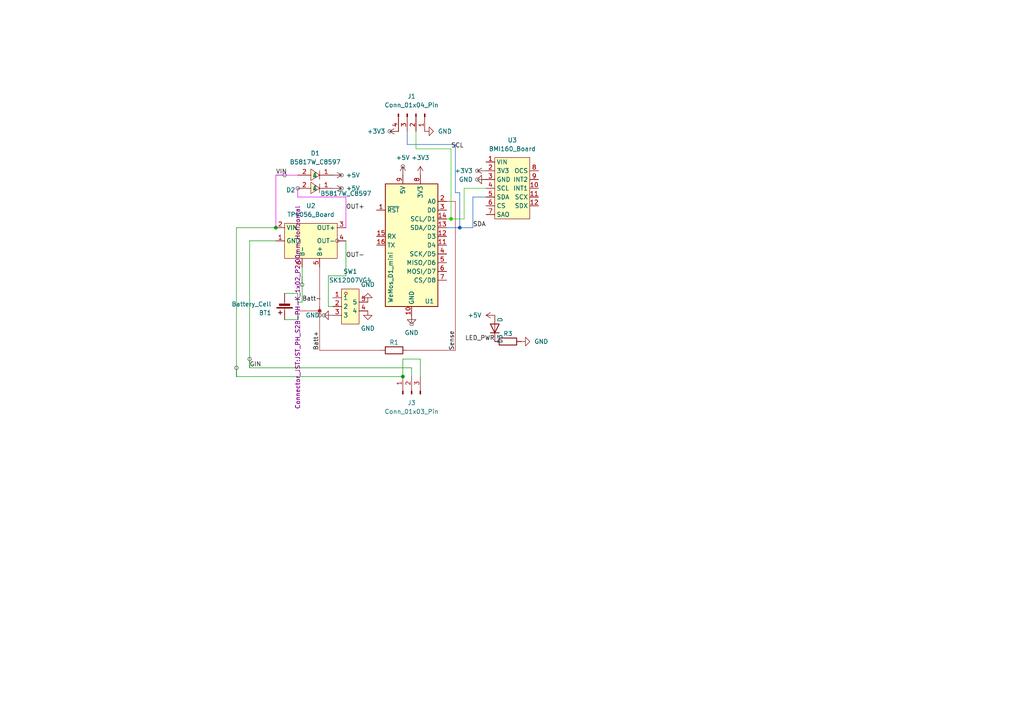
<source format=kicad_sch>
(kicad_sch (version 20250114) (generator "eeschema") (generator_version "9.0")
  (paper "A4")
  (lib_symbols
    (symbol "Connector:Conn_01x03_Pin" (pin_names (offset 1.016) (hide yes))
      (property "Reference" "J" (at 0 5.08 0))
      (property "Value" "Conn_01x03_Pin" (at 0 -5.08 0))
      (symbol "Conn_01x03_Pin_1_1"
        (rectangle (start 0.8636 2.667) (end 0 2.413) (stroke (width 0.1524)) (fill (type outline)))
        (rectangle (start 0.8636 0.127) (end 0 -0.127) (stroke (width 0.1524)) (fill (type outline)))
        (rectangle (start 0.8636 -2.413) (end 0 -2.667) (stroke (width 0.1524)) (fill (type outline)))
        (polyline (pts (xy 1.27 2.54) (xy 0.8636 2.54)) (stroke (width 0.1524)))
        (polyline (pts (xy 1.27 0) (xy 0.8636 0)) (stroke (width 0.1524)))
        (polyline (pts (xy 1.27 -2.54) (xy 0.8636 -2.54)) (stroke (width 0.1524)))
        (pin passive line (at 5.08 2.54 180) (length 3.81) (name "Pin_1") (number "1"))
        (pin passive line (at 5.08 0 180) (length 3.81) (name "Pin_2") (number "2"))
        (pin passive line (at 5.08 -2.54 180) (length 3.81) (name "Pin_3") (number "3"))
      )
    )
    (symbol "Connector:Conn_01x04_Pin" (pin_names (offset 1.016) (hide yes))
      (property "Reference" "J" (at 0 5.08 0))
      (property "Value" "Conn_01x04_Pin" (at 0 -7.62 0))
      (symbol "Conn_01x04_Pin_1_1"
        (rectangle (start 0.8636 2.667) (end 0 2.413) (stroke (width 0.1524)) (fill (type outline)))
        (rectangle (start 0.8636 0.127) (end 0 -0.127) (stroke (width 0.1524)) (fill (type outline)))
        (rectangle (start 0.8636 -2.413) (end 0 -2.667) (stroke (width 0.1524)) (fill (type outline)))
        (rectangle (start 0.8636 -4.953) (end 0 -5.207) (stroke (width 0.1524)) (fill (type outline)))
        (polyline (pts (xy 1.27 2.54) (xy 0.8636 2.54)) (stroke (width 0.1524)))
        (polyline (pts (xy 1.27 0) (xy 0.8636 0)) (stroke (width 0.1524)))
        (polyline (pts (xy 1.27 -2.54) (xy 0.8636 -2.54)) (stroke (width 0.1524)))
        (polyline (pts (xy 1.27 -5.08) (xy 0.8636 -5.08)) (stroke (width 0.1524)))
        (pin passive line (at 5.08 2.54 180) (length 3.81) (name "Pin_1") (number "1"))
        (pin passive line (at 5.08 0 180) (length 3.81) (name "Pin_2") (number "2"))
        (pin passive line (at 5.08 -2.54 180) (length 3.81) (name "Pin_3") (number "3"))
        (pin passive line (at 5.08 -5.08 180) (length 3.81) (name "Pin_4") (number "4"))
      )
    )
    (symbol "Custom:BMI160_Board"
      (property "Reference" "U" (at 0 6.35 0))
      (property "Value" "BMI160_Board" (at 0.508 -13.97 0))
      (symbol "BMI160_Board_1_1"
        (rectangle (start -5.08 5.08) (end 5.08 -12.7) (fill (type background)))
        (pin power_in line (at -7.62 3.81 0) (length 2.54) (name "VIN") (number "1"))
        (pin power_in line (at -7.62 1.27 0) (length 2.54) (name "3V3") (number "2"))
        (pin power_in line (at -7.62 -1.27 0) (length 2.54) (name "GND") (number "3"))
        (pin bidirectional line (at -7.62 -3.81 0) (length 2.54) (name "SCL") (number "4"))
        (pin bidirectional line (at -7.62 -6.35 0) (length 2.54) (name "SDA") (number "5"))
        (pin bidirectional line (at -7.62 -8.89 0) (length 2.54) (name "CS") (number "6"))
        (pin bidirectional line (at -7.62 -11.43 0) (length 2.54) (name "SAO") (number "7"))
        (pin bidirectional line (at 7.62 1.27 180) (length 2.54) (name "OCS") (number "8"))
        (pin bidirectional line (at 7.62 -1.27 180) (length 2.54) (name "INT2") (number "9"))
        (pin bidirectional line (at 7.62 -3.81 180) (length 2.54) (name "INT1") (number "10"))
        (pin bidirectional line (at 7.62 -6.35 180) (length 2.54) (name "SCX") (number "11"))
        (pin bidirectional line (at 7.62 -8.89 180) (length 2.54) (name "SDX") (number "12"))
      )
    )
    (symbol "Device:Battery_Cell" (pin_numbers (hide yes)) (pin_names (offset 0) (hide yes))
      (property "Reference" "BT" (at 2.54 2.54 0))
      (property "Value" "Battery_Cell" (at 2.54 0 0))
      (symbol "Battery_Cell_0_1"
        (rectangle (start -2.286 1.778) (end 2.286 1.524) (fill (type outline)))
        (rectangle (start -1.524 1.016) (end 1.524 0.508) (fill (type outline)))
        (polyline (pts (xy 0 1.778) (xy 0 2.54)))
        (polyline (pts (xy 0 0.762) (xy 0 0)))
        (polyline (pts (xy 0.762 3.048) (xy 1.778 3.048)) (stroke (width 0.254)))
        (polyline (pts (xy 1.27 3.556) (xy 1.27 2.54)) (stroke (width 0.254)))
      )
      (symbol "Battery_Cell_1_1"
        (pin passive line (at 0 5.08 270) (length 2.54) (name "+") (number "1"))
        (pin passive line (at 0 -2.54 90) (length 2.54) (name "-") (number "2"))
      )
    )
    (symbol "Device:D" (pin_numbers (hide yes)) (pin_names (offset 1.016) (hide yes))
      (property "Reference" "D" (at 0 2.54 0))
      (property "Value" "D" (at 0 -2.54 0))
      (symbol "D_0_1"
        (polyline (pts (xy -1.27 1.27) (xy -1.27 -1.27)) (stroke (width 0.254)))
        (polyline (pts (xy 1.27 1.27) (xy 1.27 -1.27) (xy -1.27 0) (xy 1.27 1.27)) (stroke (width 0.254)))
        (polyline (pts (xy 1.27 0) (xy -1.27 0)))
      )
      (symbol "D_1_1"
        (pin passive line (at -3.81 0 0) (length 2.54) (name "K") (number "1"))
        (pin passive line (at 3.81 0 180) (length 2.54) (name "A") (number "2"))
      )
    )
    (symbol "Device:R" (pin_numbers (hide yes)) (pin_names (offset 0))
      (property "Reference" "R" (at 2.032 0 90))
      (property "Value" "R" (at 0 0 90))
      (symbol "R_0_1"
        (rectangle (start -1.016 -2.54) (end 1.016 2.54) (stroke (width 0.254)))
      )
      (symbol "R_1_1"
        (pin passive line (at 0 3.81 270) (length 1.27) (name "~") (number "1"))
        (pin passive line (at 0 -3.81 90) (length 1.27) (name "~") (number "2"))
      )
    )
    (symbol "EasyEDA:B5817W_C8597"
      (property "Reference" "D" (at 0 5.08 0))
      (property "Value" "B5817W_C8597" (at 0 -5.08 0))
      (symbol "B5817W_C8597_0_1"
        (polyline (pts (xy -1.27 1.27) (xy -1.27 -1.27)))
        (polyline (pts (xy 1.27 1.52) (xy -1.27 0) (xy 1.27 -1.78) (xy 1.27 1.52)) (fill (type background)))
        (pin unspecified line (at -5.08 0 0) (length 3.81) (name "C") (number "1"))
        (pin unspecified line (at 5.08 0 180) (length 3.81) (name "A") (number "2"))
      )
    )
    (symbol "EasyEDA:SK12F14G5"
      (property "Reference" "SW" (at 0 7.62 0))
      (property "Value" "SK12F14G5" (at 0 -7.62 0))
      (symbol "SK12F14G5_0_1"
        (rectangle (start -2.54 5.08) (end 2.54 -5.08) (fill (type background)))
        (circle (center -1.27 3.81) (radius 0.38))
        (pin unspecified line (at -5.08 2.54 0) (length 2.54) (name "1") (number "1"))
        (pin unspecified line (at -5.08 0 0) (length 2.54) (name "2") (number "2"))
        (pin unspecified line (at -5.08 -2.54 0) (length 2.54) (name "3") (number "3"))
        (pin unspecified line (at 5.08 1.27 180) (length 2.54) (name "5") (number "5"))
        (pin unspecified line (at 5.08 -1.27 180) (length 2.54) (name "4") (number "4"))
      )
    )
    (symbol "MCU_Module:WeMos_D1_mini"
      (property "Reference" "U" (at 3.81 19.05 0))
      (property "Value" "WeMos_D1_mini" (at 1.27 -19.05 0))
      (symbol "WeMos_D1_mini_1_1"
        (rectangle (start -7.62 17.78) (end 7.62 -17.78) (stroke (width 0.254)) (fill (type background)))
        (pin input line (at -10.16 10.16 0) (length 2.54) (name "~{RST}") (number "1"))
        (pin input line (at -10.16 2.54 0) (length 2.54) (name "RX") (number "15"))
        (pin output line (at -10.16 0 0) (length 2.54) (name "TX") (number "16"))
        (pin power_in line (at -2.54 20.32 270) (length 2.54) (name "5V") (number "9"))
        (pin power_in line (at 0 -20.32 90) (length 2.54) (name "GND") (number "10"))
        (pin power_out line (at 2.54 20.32 270) (length 2.54) (name "3V3") (number "8"))
        (pin input line (at 10.16 12.7 180) (length 2.54) (name "A0") (number "2"))
        (pin bidirectional line (at 10.16 10.16 180) (length 2.54) (name "D0") (number "3"))
        (pin bidirectional line (at 10.16 7.62 180) (length 2.54) (name "SCL/D1") (number "14"))
        (pin bidirectional line (at 10.16 5.08 180) (length 2.54) (name "SDA/D2") (number "13"))
        (pin bidirectional line (at 10.16 2.54 180) (length 2.54) (name "D3") (number "12"))
        (pin bidirectional line (at 10.16 0 180) (length 2.54) (name "D4") (number "11"))
        (pin bidirectional line (at 10.16 -2.54 180) (length 2.54) (name "SCK/D5") (number "4"))
        (pin bidirectional line (at 10.16 -5.08 180) (length 2.54) (name "MISO/D6") (number "5"))
        (pin bidirectional line (at 10.16 -7.62 180) (length 2.54) (name "MOSI/D7") (number "6"))
        (pin bidirectional line (at 10.16 -10.16 180) (length 2.54) (name "CS/D8") (number "7"))
      )
    )
    (symbol "TP4056-18650:TP4056-18650"
      (property "Reference" "U2" (at -10.16 2.54 90))
      (property "Value" "TP4056_Board" (at -7.62 2.54 90))
      (symbol "TP4056-18650_1_1"
        (rectangle (start -5.08 10.16) (end 5.08 -5.08) (fill (type background)))
        (pin power_out line (at -3.81 12.7 270) (length 2.54) (name "OUT+") (number "3"))
        (pin power_in line (at -3.81 -7.62 90) (length 2.54) (name "VIN") (number "2"))
        (pin power_out line (at 0 12.7 270) (length 2.54) (name "OUT-") (number "4"))
        (pin power_in line (at 0 -7.62 90) (length 2.54) (name "GND") (number "1"))
        (pin power_out line (at 7.62 5.08 180) (length 2.54) (name "B+") (number "5"))
        (pin power_out line (at 7.62 0 180) (length 2.54) (name "B-") (number "6"))
      )
    )
    (symbol "power:+3V3" (power) (pin_numbers (hide yes)) (pin_names (offset 0) (hide yes))
      (property "Value" "+3V3" (at 0 3.556 0))
      (symbol "+3V3_0_1"
        (polyline (pts (xy -0.762 1.27) (xy 0 2.54)))
        (polyline (pts (xy 0 2.54) (xy 0.762 1.27)))
        (polyline (pts (xy 0 0) (xy 0 2.54)))
      )
      (symbol "+3V3_1_1"
        (pin power_in line (at 0 0 90) (length 0) (name "~") (number "1"))
      )
    )
    (symbol "power:+5V" (power) (pin_numbers (hide yes)) (pin_names (offset 0) (hide yes))
      (property "Value" "+5V" (at 0 3.556 0))
      (symbol "+5V_0_1"
        (polyline (pts (xy -0.762 1.27) (xy 0 2.54)))
        (polyline (pts (xy 0 2.54) (xy 0.762 1.27)))
        (polyline (pts (xy 0 0) (xy 0 2.54)))
      )
      (symbol "+5V_1_1"
        (pin power_in line (at 0 0 90) (length 0) (name "~") (number "1"))
      )
    )
    (symbol "power:GND" (power) (pin_numbers (hide yes)) (pin_names (offset 0) (hide yes))
      (property "Value" "GND" (at 0 -3.81 0))
      (symbol "GND_0_1"
        (polyline (pts (xy 0 0) (xy 0 -1.27) (xy 1.27 -1.27) (xy 0 -2.54) (xy -1.27 -1.27) (xy 0 -1.27)))
      )
      (symbol "GND_1_1"
        (pin power_in line (at 0 0 270) (length 0) (name "~") (number "1"))
      )
    )
  )
  (junction (at 133.35 66.04) (color 12 89 176 1))
  (junction (at 130.81 63.5) (color 43 187 13 1))
  (junction (at 80.01 66.04))
  (junction (at 116.84 109.22))
  (junction (at 92.71 90.17) (color 165 29 32 1))
  (wire (pts (xy 95.25 80.01) (xy 95.25 88.9)))
  (wire (pts (xy 82.55 92.71) (xy 86.36 92.71)))
  (wire (pts (xy 140.97 57.15) (xy 137.16 57.15)) (stroke (width 0) (color 12 89 176 1)))
  (wire (pts (xy 132.08 55.88) (xy 133.35 55.88)) (stroke (width 0) (color 12 89 176 1)))
  (wire (pts (xy 133.35 55.88) (xy 133.35 66.04)) (stroke (width 0) (color 12 89 176 1)))
  (wire (pts (xy 86.36 90.17) (xy 92.71 90.17)) (stroke (width 0) (color 165 29 32 1)))
  (wire (pts (xy 119.38 109.22) (xy 119.38 106.68)))
  (wire (pts (xy 140.97 54.61) (xy 134.62 54.61)) (stroke (width 0) (color 43 187 13 1)))
  (wire (pts (xy 119.38 106.68) (xy 72.39 106.68)))
  (wire (pts (xy 80.01 50.8) (xy 86.36 50.8)) (stroke (width 0) (color 229 0 232 1)))
  (wire (pts (xy 87.63 87.63) (xy 86.36 87.63)))
  (wire (pts (xy 132.08 58.42) (xy 132.08 101.6)) (stroke (width 0) (color 165 29 32 1)))
  (wire (pts (xy 72.39 106.68) (xy 72.39 69.85)))
  (wire (pts (xy 137.16 57.15) (xy 137.16 66.04)) (stroke (width 0) (color 12 89 176 1)))
  (wire (pts (xy 100.33 80.01) (xy 95.25 80.01)))
  (wire (pts (xy 129.54 58.42) (xy 132.08 58.42)) (stroke (width 0) (color 165 29 32 1)))
  (wire (pts (xy 110.49 101.6) (xy 92.71 101.6)) (stroke (width 0) (color 165 29 32 1)))
  (wire (pts (xy 68.58 109.22) (xy 68.58 66.04)))
  (wire (pts (xy 137.16 66.04) (xy 133.35 66.04)) (stroke (width 0) (color 12 89 176 1)))
  (wire (pts (xy 86.36 57.15) (xy 86.36 54.61)) (stroke (width 0) (color 229 0 232 1)))
  (wire (pts (xy 118.11 41.91) (xy 118.11 38.1)) (stroke (width 0) (color 12 89 176 1)))
  (wire (pts (xy 100.33 69.85) (xy 100.33 80.01)))
  (wire (pts (xy 118.11 41.91) (xy 132.08 41.91)) (stroke (width 0) (color 12 89 176 1)))
  (wire (pts (xy 120.65 43.18) (xy 130.81 43.18)) (stroke (width 0) (color 43 187 13 1)))
  (wire (pts (xy 92.71 90.17) (xy 92.71 77.47)) (stroke (width 0) (color 165 29 32 1)))
  (wire (pts (xy 95.25 88.9) (xy 96.52 88.9)))
  (wire (pts (xy 121.92 109.22) (xy 121.92 104.14)))
  (wire (pts (xy 92.71 101.6) (xy 92.71 90.17)) (stroke (width 0) (color 165 29 32 1)))
  (wire (pts (xy 134.62 63.5) (xy 130.81 63.5)) (stroke (width 0) (color 43 187 13 1)))
  (wire (pts (xy 130.81 63.5) (xy 129.54 63.5)) (stroke (width 0) (color 43 187 13 1)))
  (wire (pts (xy 134.62 54.61) (xy 134.62 63.5)) (stroke (width 0) (color 43 187 13 1)))
  (wire (pts (xy 100.33 57.15) (xy 86.36 57.15)) (stroke (width 0) (color 229 0 232 1)))
  (wire (pts (xy 82.55 85.09) (xy 86.36 85.09)))
  (wire (pts (xy 133.35 66.04) (xy 129.54 66.04)) (stroke (width 0) (color 12 89 176 1)))
  (wire (pts (xy 72.39 69.85) (xy 80.01 69.85)))
  (wire (pts (xy 86.36 92.71) (xy 86.36 90.17)))
  (wire (pts (xy 68.58 66.04) (xy 80.01 66.04)))
  (wire (pts (xy 116.84 104.14) (xy 116.84 109.22)))
  (wire (pts (xy 116.84 109.22) (xy 68.58 109.22)))
  (wire (pts (xy 132.08 41.91) (xy 132.08 55.88)) (stroke (width 0) (color 12 89 176 1)))
  (wire (pts (xy 86.36 85.09) (xy 86.36 87.63)))
  (wire (pts (xy 120.65 38.1) (xy 120.65 43.18)) (stroke (width 0) (color 43 187 13 1)))
  (wire (pts (xy 121.92 104.14) (xy 116.84 104.14)))
  (wire (pts (xy 80.01 66.04) (xy 80.01 50.8)) (stroke (width 0) (color 229 0 232 1)))
  (wire (pts (xy 87.63 77.47) (xy 87.63 87.63)))
  (wire (pts (xy 100.33 66.04) (xy 100.33 57.15)) (stroke (width 0) (color 229 0 232 1)))
  (wire (pts (xy 132.08 101.6) (xy 118.11 101.6)) (stroke (width 0) (color 165 29 32 1)))
  (wire (pts (xy 130.81 43.18) (xy 130.81 63.5)) (stroke (width 0) (color 43 187 13 1)))
  (label "OUT+" (at 100.33 60.96 0))
  (label "Batt-" (at 87.63 87.63 0))
  (label "GIN" (at 72.39 106.68 0))
  (label "VIN" (at 80.01 50.8 0))
  (label "SDA" (at 137.16 66.04 0))
  (label "Batt+" (at 92.71 101.6 90))
  (label "SCL" (at 130.81 43.18 0))
  (label "LED_PWR" (at 143.51 99.06 180))
  (label "Sense" (at 132.08 101.6 90))
  (label "OUT-" (at 100.33 74.93 0))
  (netclass_flag "" (length 2.54) (shape round) (at 140.97 52.07 90) (property "Netclass" "Power" (effects (hide yes))))
  (netclass_flag "" (length 2.54) (shape round) (at 68.58 109.22 0) (property "Netclass" "Power" (effects (hide yes))))
  (netclass_flag "" (length 2.54) (shape round) (at 86.36 57.15 0) (property "Netclass" "Power" (effects (hide yes))))
  (netclass_flag "" (length 2.54) (shape round) (at 116.84 50.8 0) (property "Netclass" "Power" (effects (hide yes))))
  (netclass_flag "" (length 2.54) (shape round) (at 96.52 54.61 270) (property "Netclass" "Power" (effects (hide yes))))
  (netclass_flag "" (length 2.54) (shape round) (at 119.38 91.44 180) (property "Netclass" "Power" (effects (hide yes))))
  (netclass_flag "" (length 2.54) (shape round) (at 80.01 50.8 270) (property "Netclass" "Power" (effects (hide yes))))
  (netclass_flag "" (length 2.54) (shape round) (at 87.63 80.01 180) (property "Netclass" "Power" (effects (hide yes))))
  (netclass_flag "" (length 2.54) (shape round) (at 72.39 106.68 0) (property "Netclass" "Power" (effects (hide yes))))
  (netclass_flag "" (length 2.54) (shape round) (at 92.71 88.9 180) (property "Netclass" "Power" (effects (hide yes))))
  (netclass_flag "" (length 2.54) (shape round) (at 96.52 91.44 90) (property "Netclass" "Power" (effects (hide yes))))
  (netclass_flag "" (length 2.54) (shape round) (at 100.33 69.85 90) (property "Netclass" "Power" (effects (hide yes))))
  (netclass_flag "" (length 2.54) (shape round) (at 115.57 38.1 90) (property "Netclass" "Power" (effects (hide yes))))
  (netclass_flag "" (length 2.54) (shape round) (at 140.97 49.53 90) (property "Netclass" "Power" (effects (hide yes))))
  (netclass_flag "" (length 2.54) (shape round) (at 96.52 50.8 270) (property "Netclass" "Power" (effects (hide yes))))
  (symbol (lib_id "MCU_Module:WeMos_D1_mini") (at 119.38 71.12 0) (unit 1)
    (property "Reference" "U1" (at 123.19 87.376 0) (effects (justify left)))
    (property "Value" "WeMos_D1_mini" (at 113.284 87.884 90) (effects (justify left)))
    (property "Footprint" "custom:WEMOS_D1_mini_light_labeled_both_sides_1" (effects (hide yes)))
    (property "Datasheet" "https://wiki.wemos.cc/products:d1:d1_mini#documentation" (effects (hide yes)))
    (property "Description" "32-bit microcontroller module with WiFi" (effects (hide yes)))
  )
  (symbol (lib_id "power:+3V3") (at 115.57 38.1 90) (unit 1)
    (property "Reference" "#PWR011" (effects (hide yes)))
    (property "Value" "+3V3" (at 111.76 38.0999 90) (effects (justify left)))
    (property "Description" "Power symbol creates a global label with name \"+3V3\"" (effects (hide yes)))
  )
  (symbol (lib_id "power:GND") (at 123.19 38.1 90) (unit 1)
    (property "Reference" "#PWR012" (effects (hide yes)))
    (property "Value" "GND" (at 127 38.0999 90) (effects (justify right)))
    (property "Description" "Power symbol creates a global label with name \"GND\" , ground" (effects (hide yes)))
  )
  (symbol (lib_id "EasyEDA:B5817W_C8597") (at 91.44 54.61 180) (unit 1)
    (property "Reference" "D2" (at 84.328 55.118 0))
    (property "Value" "B5817W_C8597" (at 100.33 56.134 0))
    (property "Footprint" "custom:SOD-123_L2.8-W1.8-LS3.7-RD_custom" (effects (hide yes)))
    (property "Datasheet" "https://lcsc.com/product-detail/Schottky-Barrier-Diodes-SBD_B5817W_C8597.html" (effects (hide yes)))
    (property "LCSC Part" "C8597" (effects (hide yes)))
  )
  (symbol (lib_id "EasyEDA:B5817W_C8597") (at 91.44 50.8 180) (unit 1)
    (property "Reference" "D1" (at 91.44 44.45 0))
    (property "Value" "B5817W_C8597" (at 91.44 46.99 0))
    (property "Footprint" "custom:SOD-123_L2.8-W1.8-LS3.7-RD_custom" (effects (hide yes)))
    (property "Datasheet" "https://lcsc.com/product-detail/Schottky-Barrier-Diodes-SBD_B5817W_C8597.html" (effects (hide yes)))
    (property "LCSC Part" "C8597" (effects (hide yes)))
  )
  (symbol (lib_id "Device:R") (at 114.3 101.6 270) (unit 1)
    (property "Reference" "R1" (at 114.3 99.314 90))
    (property "Value" "R" (effects (hide yes)))
    (property "Footprint" "Resistor_SMD:R_0805_2012Metric_Pad1.20x1.40mm_HandSolder" (effects (hide yes)))
    (property "Description" "Resistor" (effects (hide yes)))
  )
  (symbol (lib_id "EasyEDA:SK12F14G5") (at 101.6 88.9 0) (unit 1)
    (property "Reference" "SW1" (at 101.6 78.74 0))
    (property "Value" "SK12D07VG4" (at 101.6 81.28 0))
    (property "Footprint" "custom:SW-TH_SK12D07VG4_custom" (effects (hide yes)))
    (property "LCSC Part" "C2887263" (effects (hide yes)))
  )
  (symbol (lib_id "power:+5V") (at 96.52 50.8 270) (unit 1)
    (property "Reference" "#PWR09" (effects (hide yes)))
    (property "Value" "+5V" (at 100.33 50.7999 90) (effects (justify left)))
    (property "Description" "Power symbol creates a global label with name \"+5V\"" (effects (hide yes)))
  )
  (symbol (lib_id "power:GND") (at 151.13 99.06 90) (unit 1)
    (property "Reference" "#PWR017" (effects (hide yes)))
    (property "Value" "GND" (at 154.94 99.0599 90) (effects (justify right)))
    (property "Description" "Power symbol creates a global label with name \"GND\" , ground" (effects (hide yes)))
  )
  (symbol (lib_id "power:GND") (at 106.68 87.63 180) (unit 1)
    (property "Reference" "#PWR014" (effects (hide yes)))
    (property "Value" "GND" (at 106.68 82.55 0))
    (property "Description" "Power symbol creates a global label with name \"GND\" , ground" (effects (hide yes)))
  )
  (symbol (lib_id "power:GND") (at 96.52 91.44 270) (unit 1)
    (property "Reference" "#PWR01" (effects (hide yes)))
    (property "Value" "GND" (at 92.71 91.4399 90) (effects (justify right)))
    (property "Description" "Power symbol creates a global label with name \"GND\" , ground" (effects (hide yes)))
  )
  (symbol (lib_id "power:+5V") (at 116.84 50.8 0) (unit 1)
    (property "Reference" "#PWR08" (effects (hide yes)))
    (property "Value" "+5V" (at 116.84 45.72 0))
    (property "Description" "Power symbol creates a global label with name \"+5V\"" (effects (hide yes)))
  )
  (symbol (lib_id "Custom:BMI160_Board") (at 148.59 50.8 0) (unit 1)
    (property "Reference" "U3" (at 148.59 40.64 0))
    (property "Value" "BMI160_Board" (at 148.59 43.18 0))
    (property "Footprint" "custom:LSM6DSR _Board" (effects (hide yes)))
  )
  (symbol (lib_id "power:+3V3") (at 121.92 50.8 0) (unit 1)
    (property "Reference" "#PWR04" (effects (hide yes)))
    (property "Value" "+3V3" (at 121.92 45.72 0))
    (property "Description" "Power symbol creates a global label with name \"+3V3\"" (effects (hide yes)))
  )
  (symbol (lib_id "TP4056-18650:TP4056-18650") (at 87.63 69.85 270) (unit 1)
    (property "Reference" "U2" (at 90.17 59.69 90))
    (property "Value" "TP4056_Board" (at 90.17 62.23 90))
    (property "Footprint" "custom:TP4056_both_sides_1" (effects (hide yes)))
  )
  (symbol (lib_id "power:GND") (at 106.68 90.17 0) (unit 1)
    (property "Reference" "#PWR015" (effects (hide yes)))
    (property "Value" "GND" (at 106.68 95.25 0))
    (property "Description" "Power symbol creates a global label with name \"GND\" , ground" (effects (hide yes)))
  )
  (symbol (lib_id "power:GND") (at 140.97 52.07 270) (unit 1)
    (property "Reference" "#PWR03" (effects (hide yes)))
    (property "Value" "GND" (at 137.16 52.0699 90) (effects (justify right)))
    (property "Description" "Power symbol creates a global label with name \"GND\" , ground" (effects (hide yes)))
  )
  (symbol (lib_id "Device:R") (at 147.32 99.06 270) (unit 1)
    (property "Reference" "R3" (at 147.32 96.774 90))
    (property "Value" "R" (effects (hide yes)))
    (property "Footprint" "Resistor_SMD:R_0805_2012Metric_Pad1.20x1.40mm_HandSolder" (effects (hide yes)))
    (property "Description" "Resistor" (effects (hide yes)))
  )
  (symbol (lib_id "Device:Battery_Cell") (at 82.55 87.63 180) (unit 1)
    (property "Reference" "BT1" (at 78.74 90.7416 0) (effects (justify left)))
    (property "Value" "Battery_Cell" (at 78.74 88.2016 0) (effects (justify left)))
    (property "Footprint" "Connector_JST:JST_PH_S2B-PH-K_1x02_P2.00mm_Horizontal" (at 86.36 89.154 90))
    (property "Description" "Single-cell battery" (effects (hide yes)))
  )
  (symbol (lib_id "Device:D") (at 143.51 95.25 90) (unit 1)
    (property "Reference" "D3" (at 145.034 98.298 0))
    (property "Value" "D" (at 145.034 92.71 0))
    (property "Footprint" "LED_SMD:LED_0805_2012Metric_Pad1.15x1.40mm_HandSolder" (effects (hide yes)))
    (property "Description" "Diode" (effects (hide yes)))
    (property "Sim.Device" "D" (effects (hide yes)))
    (property "Sim.Pins" "1=K 2=A" (effects (hide yes)))
  )
  (symbol (lib_id "power:GND") (at 119.38 91.44 0) (unit 1)
    (property "Reference" "#PWR02" (effects (hide yes)))
    (property "Value" "GND" (at 119.38 96.52 0))
    (property "Description" "Power symbol creates a global label with name \"GND\" , ground" (effects (hide yes)))
  )
  (symbol (lib_id "Connector:Conn_01x04_Pin") (at 120.65 33.02 270) (unit 1)
    (property "Reference" "J1" (at 119.38 27.94 90))
    (property "Value" "Conn_01x04_Pin" (at 119.38 30.48 90))
    (property "Footprint" "custom:JST_PH_S4B-PH-K_1x04_P2.00mm_Horizontal_labelled_1" (effects (hide yes)))
    (property "Description" "Generic connector, single row, 01x04, script generated" (effects (hide yes)))
  )
  (symbol (lib_id "power:+5V") (at 96.52 54.61 270) (unit 1)
    (property "Reference" "#PWR010" (effects (hide yes)))
    (property "Value" "+5V" (at 100.33 54.6099 90) (effects (justify left)))
    (property "Description" "Power symbol creates a global label with name \"+5V\"" (effects (hide yes)))
  )
  (symbol (lib_id "Connector:Conn_01x03_Pin") (at 119.38 114.3 90) (unit 1)
    (property "Reference" "J3" (at 119.38 116.84 90))
    (property "Value" "Conn_01x03_Pin" (at 119.38 119.38 90))
    (property "Footprint" "custom:pogo_3_pin_right_angle" (effects (hide yes)))
    (property "Description" "Generic connector, single row, 01x03, script generated" (effects (hide yes)))
  )
  (symbol (lib_id "power:+3V3") (at 140.97 49.53 90) (unit 1)
    (property "Reference" "#PWR05" (effects (hide yes)))
    (property "Value" "+3V3" (at 137.16 49.5299 90) (effects (justify left)))
    (property "Description" "Power symbol creates a global label with name \"+3V3\"" (effects (hide yes)))
  )
  (symbol (lib_id "power:+5V") (at 143.51 91.44 90) (unit 1)
    (property "Reference" "#PWR016" (effects (hide yes)))
    (property "Value" "+5V" (at 139.7 91.4399 90) (effects (justify left)))
    (property "Description" "Power symbol creates a global label with name \"+5V\"" (effects (hide yes)))
  )
)
</source>
